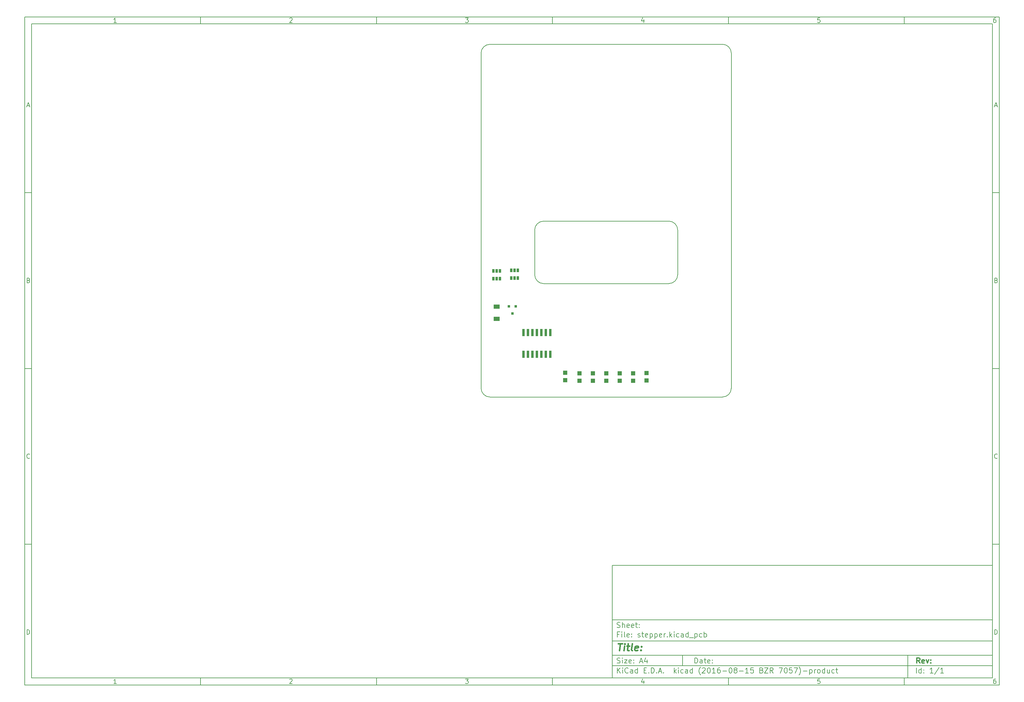
<source format=gbr>
G04 #@! TF.FileFunction,Paste,Top*
%FSLAX46Y46*%
G04 Gerber Fmt 4.6, Leading zero omitted, Abs format (unit mm)*
G04 Created by KiCad (PCBNEW (2016-08-15 BZR 7057)-product) date Tue Nov  8 12:42:18 2016*
%MOMM*%
%LPD*%
G01*
G04 APERTURE LIST*
%ADD10C,0.100000*%
%ADD11C,0.150000*%
%ADD12C,0.300000*%
%ADD13C,0.400000*%
%ADD14R,0.800100X0.800100*%
%ADD15R,0.650000X1.060000*%
%ADD16R,0.660400X2.032000*%
%ADD17R,1.198880X1.198880*%
%ADD18R,1.699260X1.300480*%
G04 APERTURE END LIST*
D10*
D11*
X177002200Y-166007200D02*
X177002200Y-198007200D01*
X285002200Y-198007200D01*
X285002200Y-166007200D01*
X177002200Y-166007200D01*
D10*
D11*
X10000000Y-10000000D02*
X10000000Y-200007200D01*
X287002200Y-200007200D01*
X287002200Y-10000000D01*
X10000000Y-10000000D01*
D10*
D11*
X12000000Y-12000000D02*
X12000000Y-198007200D01*
X285002200Y-198007200D01*
X285002200Y-12000000D01*
X12000000Y-12000000D01*
D10*
D11*
X60000000Y-12000000D02*
X60000000Y-10000000D01*
D10*
D11*
X110000000Y-12000000D02*
X110000000Y-10000000D01*
D10*
D11*
X160000000Y-12000000D02*
X160000000Y-10000000D01*
D10*
D11*
X210000000Y-12000000D02*
X210000000Y-10000000D01*
D10*
D11*
X260000000Y-12000000D02*
X260000000Y-10000000D01*
D10*
D11*
X36065476Y-11588095D02*
X35322619Y-11588095D01*
X35694047Y-11588095D02*
X35694047Y-10288095D01*
X35570238Y-10473809D01*
X35446428Y-10597619D01*
X35322619Y-10659523D01*
D10*
D11*
X85322619Y-10411904D02*
X85384523Y-10350000D01*
X85508333Y-10288095D01*
X85817857Y-10288095D01*
X85941666Y-10350000D01*
X86003571Y-10411904D01*
X86065476Y-10535714D01*
X86065476Y-10659523D01*
X86003571Y-10845238D01*
X85260714Y-11588095D01*
X86065476Y-11588095D01*
D10*
D11*
X135260714Y-10288095D02*
X136065476Y-10288095D01*
X135632142Y-10783333D01*
X135817857Y-10783333D01*
X135941666Y-10845238D01*
X136003571Y-10907142D01*
X136065476Y-11030952D01*
X136065476Y-11340476D01*
X136003571Y-11464285D01*
X135941666Y-11526190D01*
X135817857Y-11588095D01*
X135446428Y-11588095D01*
X135322619Y-11526190D01*
X135260714Y-11464285D01*
D10*
D11*
X185941666Y-10721428D02*
X185941666Y-11588095D01*
X185632142Y-10226190D02*
X185322619Y-11154761D01*
X186127380Y-11154761D01*
D10*
D11*
X236003571Y-10288095D02*
X235384523Y-10288095D01*
X235322619Y-10907142D01*
X235384523Y-10845238D01*
X235508333Y-10783333D01*
X235817857Y-10783333D01*
X235941666Y-10845238D01*
X236003571Y-10907142D01*
X236065476Y-11030952D01*
X236065476Y-11340476D01*
X236003571Y-11464285D01*
X235941666Y-11526190D01*
X235817857Y-11588095D01*
X235508333Y-11588095D01*
X235384523Y-11526190D01*
X235322619Y-11464285D01*
D10*
D11*
X285941666Y-10288095D02*
X285694047Y-10288095D01*
X285570238Y-10350000D01*
X285508333Y-10411904D01*
X285384523Y-10597619D01*
X285322619Y-10845238D01*
X285322619Y-11340476D01*
X285384523Y-11464285D01*
X285446428Y-11526190D01*
X285570238Y-11588095D01*
X285817857Y-11588095D01*
X285941666Y-11526190D01*
X286003571Y-11464285D01*
X286065476Y-11340476D01*
X286065476Y-11030952D01*
X286003571Y-10907142D01*
X285941666Y-10845238D01*
X285817857Y-10783333D01*
X285570238Y-10783333D01*
X285446428Y-10845238D01*
X285384523Y-10907142D01*
X285322619Y-11030952D01*
D10*
D11*
X60000000Y-198007200D02*
X60000000Y-200007200D01*
D10*
D11*
X110000000Y-198007200D02*
X110000000Y-200007200D01*
D10*
D11*
X160000000Y-198007200D02*
X160000000Y-200007200D01*
D10*
D11*
X210000000Y-198007200D02*
X210000000Y-200007200D01*
D10*
D11*
X260000000Y-198007200D02*
X260000000Y-200007200D01*
D10*
D11*
X36065476Y-199595295D02*
X35322619Y-199595295D01*
X35694047Y-199595295D02*
X35694047Y-198295295D01*
X35570238Y-198481009D01*
X35446428Y-198604819D01*
X35322619Y-198666723D01*
D10*
D11*
X85322619Y-198419104D02*
X85384523Y-198357200D01*
X85508333Y-198295295D01*
X85817857Y-198295295D01*
X85941666Y-198357200D01*
X86003571Y-198419104D01*
X86065476Y-198542914D01*
X86065476Y-198666723D01*
X86003571Y-198852438D01*
X85260714Y-199595295D01*
X86065476Y-199595295D01*
D10*
D11*
X135260714Y-198295295D02*
X136065476Y-198295295D01*
X135632142Y-198790533D01*
X135817857Y-198790533D01*
X135941666Y-198852438D01*
X136003571Y-198914342D01*
X136065476Y-199038152D01*
X136065476Y-199347676D01*
X136003571Y-199471485D01*
X135941666Y-199533390D01*
X135817857Y-199595295D01*
X135446428Y-199595295D01*
X135322619Y-199533390D01*
X135260714Y-199471485D01*
D10*
D11*
X185941666Y-198728628D02*
X185941666Y-199595295D01*
X185632142Y-198233390D02*
X185322619Y-199161961D01*
X186127380Y-199161961D01*
D10*
D11*
X236003571Y-198295295D02*
X235384523Y-198295295D01*
X235322619Y-198914342D01*
X235384523Y-198852438D01*
X235508333Y-198790533D01*
X235817857Y-198790533D01*
X235941666Y-198852438D01*
X236003571Y-198914342D01*
X236065476Y-199038152D01*
X236065476Y-199347676D01*
X236003571Y-199471485D01*
X235941666Y-199533390D01*
X235817857Y-199595295D01*
X235508333Y-199595295D01*
X235384523Y-199533390D01*
X235322619Y-199471485D01*
D10*
D11*
X285941666Y-198295295D02*
X285694047Y-198295295D01*
X285570238Y-198357200D01*
X285508333Y-198419104D01*
X285384523Y-198604819D01*
X285322619Y-198852438D01*
X285322619Y-199347676D01*
X285384523Y-199471485D01*
X285446428Y-199533390D01*
X285570238Y-199595295D01*
X285817857Y-199595295D01*
X285941666Y-199533390D01*
X286003571Y-199471485D01*
X286065476Y-199347676D01*
X286065476Y-199038152D01*
X286003571Y-198914342D01*
X285941666Y-198852438D01*
X285817857Y-198790533D01*
X285570238Y-198790533D01*
X285446428Y-198852438D01*
X285384523Y-198914342D01*
X285322619Y-199038152D01*
D10*
D11*
X10000000Y-60000000D02*
X12000000Y-60000000D01*
D10*
D11*
X10000000Y-110000000D02*
X12000000Y-110000000D01*
D10*
D11*
X10000000Y-160000000D02*
X12000000Y-160000000D01*
D10*
D11*
X10690476Y-35216666D02*
X11309523Y-35216666D01*
X10566666Y-35588095D02*
X11000000Y-34288095D01*
X11433333Y-35588095D01*
D10*
D11*
X11092857Y-84907142D02*
X11278571Y-84969047D01*
X11340476Y-85030952D01*
X11402380Y-85154761D01*
X11402380Y-85340476D01*
X11340476Y-85464285D01*
X11278571Y-85526190D01*
X11154761Y-85588095D01*
X10659523Y-85588095D01*
X10659523Y-84288095D01*
X11092857Y-84288095D01*
X11216666Y-84350000D01*
X11278571Y-84411904D01*
X11340476Y-84535714D01*
X11340476Y-84659523D01*
X11278571Y-84783333D01*
X11216666Y-84845238D01*
X11092857Y-84907142D01*
X10659523Y-84907142D01*
D10*
D11*
X11402380Y-135464285D02*
X11340476Y-135526190D01*
X11154761Y-135588095D01*
X11030952Y-135588095D01*
X10845238Y-135526190D01*
X10721428Y-135402380D01*
X10659523Y-135278571D01*
X10597619Y-135030952D01*
X10597619Y-134845238D01*
X10659523Y-134597619D01*
X10721428Y-134473809D01*
X10845238Y-134350000D01*
X11030952Y-134288095D01*
X11154761Y-134288095D01*
X11340476Y-134350000D01*
X11402380Y-134411904D01*
D10*
D11*
X10659523Y-185588095D02*
X10659523Y-184288095D01*
X10969047Y-184288095D01*
X11154761Y-184350000D01*
X11278571Y-184473809D01*
X11340476Y-184597619D01*
X11402380Y-184845238D01*
X11402380Y-185030952D01*
X11340476Y-185278571D01*
X11278571Y-185402380D01*
X11154761Y-185526190D01*
X10969047Y-185588095D01*
X10659523Y-185588095D01*
D10*
D11*
X287002200Y-60000000D02*
X285002200Y-60000000D01*
D10*
D11*
X287002200Y-110000000D02*
X285002200Y-110000000D01*
D10*
D11*
X287002200Y-160000000D02*
X285002200Y-160000000D01*
D10*
D11*
X285692676Y-35216666D02*
X286311723Y-35216666D01*
X285568866Y-35588095D02*
X286002200Y-34288095D01*
X286435533Y-35588095D01*
D10*
D11*
X286095057Y-84907142D02*
X286280771Y-84969047D01*
X286342676Y-85030952D01*
X286404580Y-85154761D01*
X286404580Y-85340476D01*
X286342676Y-85464285D01*
X286280771Y-85526190D01*
X286156961Y-85588095D01*
X285661723Y-85588095D01*
X285661723Y-84288095D01*
X286095057Y-84288095D01*
X286218866Y-84350000D01*
X286280771Y-84411904D01*
X286342676Y-84535714D01*
X286342676Y-84659523D01*
X286280771Y-84783333D01*
X286218866Y-84845238D01*
X286095057Y-84907142D01*
X285661723Y-84907142D01*
D10*
D11*
X286404580Y-135464285D02*
X286342676Y-135526190D01*
X286156961Y-135588095D01*
X286033152Y-135588095D01*
X285847438Y-135526190D01*
X285723628Y-135402380D01*
X285661723Y-135278571D01*
X285599819Y-135030952D01*
X285599819Y-134845238D01*
X285661723Y-134597619D01*
X285723628Y-134473809D01*
X285847438Y-134350000D01*
X286033152Y-134288095D01*
X286156961Y-134288095D01*
X286342676Y-134350000D01*
X286404580Y-134411904D01*
D10*
D11*
X285661723Y-185588095D02*
X285661723Y-184288095D01*
X285971247Y-184288095D01*
X286156961Y-184350000D01*
X286280771Y-184473809D01*
X286342676Y-184597619D01*
X286404580Y-184845238D01*
X286404580Y-185030952D01*
X286342676Y-185278571D01*
X286280771Y-185402380D01*
X286156961Y-185526190D01*
X285971247Y-185588095D01*
X285661723Y-185588095D01*
D10*
D11*
X200434342Y-193785771D02*
X200434342Y-192285771D01*
X200791485Y-192285771D01*
X201005771Y-192357200D01*
X201148628Y-192500057D01*
X201220057Y-192642914D01*
X201291485Y-192928628D01*
X201291485Y-193142914D01*
X201220057Y-193428628D01*
X201148628Y-193571485D01*
X201005771Y-193714342D01*
X200791485Y-193785771D01*
X200434342Y-193785771D01*
X202577200Y-193785771D02*
X202577200Y-193000057D01*
X202505771Y-192857200D01*
X202362914Y-192785771D01*
X202077200Y-192785771D01*
X201934342Y-192857200D01*
X202577200Y-193714342D02*
X202434342Y-193785771D01*
X202077200Y-193785771D01*
X201934342Y-193714342D01*
X201862914Y-193571485D01*
X201862914Y-193428628D01*
X201934342Y-193285771D01*
X202077200Y-193214342D01*
X202434342Y-193214342D01*
X202577200Y-193142914D01*
X203077200Y-192785771D02*
X203648628Y-192785771D01*
X203291485Y-192285771D02*
X203291485Y-193571485D01*
X203362914Y-193714342D01*
X203505771Y-193785771D01*
X203648628Y-193785771D01*
X204720057Y-193714342D02*
X204577200Y-193785771D01*
X204291485Y-193785771D01*
X204148628Y-193714342D01*
X204077200Y-193571485D01*
X204077200Y-193000057D01*
X204148628Y-192857200D01*
X204291485Y-192785771D01*
X204577200Y-192785771D01*
X204720057Y-192857200D01*
X204791485Y-193000057D01*
X204791485Y-193142914D01*
X204077200Y-193285771D01*
X205434342Y-193642914D02*
X205505771Y-193714342D01*
X205434342Y-193785771D01*
X205362914Y-193714342D01*
X205434342Y-193642914D01*
X205434342Y-193785771D01*
X205434342Y-192857200D02*
X205505771Y-192928628D01*
X205434342Y-193000057D01*
X205362914Y-192928628D01*
X205434342Y-192857200D01*
X205434342Y-193000057D01*
D10*
D11*
X177002200Y-194507200D02*
X285002200Y-194507200D01*
D10*
D11*
X178434342Y-196585771D02*
X178434342Y-195085771D01*
X179291485Y-196585771D02*
X178648628Y-195728628D01*
X179291485Y-195085771D02*
X178434342Y-195942914D01*
X179934342Y-196585771D02*
X179934342Y-195585771D01*
X179934342Y-195085771D02*
X179862914Y-195157200D01*
X179934342Y-195228628D01*
X180005771Y-195157200D01*
X179934342Y-195085771D01*
X179934342Y-195228628D01*
X181505771Y-196442914D02*
X181434342Y-196514342D01*
X181220057Y-196585771D01*
X181077200Y-196585771D01*
X180862914Y-196514342D01*
X180720057Y-196371485D01*
X180648628Y-196228628D01*
X180577200Y-195942914D01*
X180577200Y-195728628D01*
X180648628Y-195442914D01*
X180720057Y-195300057D01*
X180862914Y-195157200D01*
X181077200Y-195085771D01*
X181220057Y-195085771D01*
X181434342Y-195157200D01*
X181505771Y-195228628D01*
X182791485Y-196585771D02*
X182791485Y-195800057D01*
X182720057Y-195657200D01*
X182577200Y-195585771D01*
X182291485Y-195585771D01*
X182148628Y-195657200D01*
X182791485Y-196514342D02*
X182648628Y-196585771D01*
X182291485Y-196585771D01*
X182148628Y-196514342D01*
X182077200Y-196371485D01*
X182077200Y-196228628D01*
X182148628Y-196085771D01*
X182291485Y-196014342D01*
X182648628Y-196014342D01*
X182791485Y-195942914D01*
X184148628Y-196585771D02*
X184148628Y-195085771D01*
X184148628Y-196514342D02*
X184005771Y-196585771D01*
X183720057Y-196585771D01*
X183577200Y-196514342D01*
X183505771Y-196442914D01*
X183434342Y-196300057D01*
X183434342Y-195871485D01*
X183505771Y-195728628D01*
X183577200Y-195657200D01*
X183720057Y-195585771D01*
X184005771Y-195585771D01*
X184148628Y-195657200D01*
X186005771Y-195800057D02*
X186505771Y-195800057D01*
X186720057Y-196585771D02*
X186005771Y-196585771D01*
X186005771Y-195085771D01*
X186720057Y-195085771D01*
X187362914Y-196442914D02*
X187434342Y-196514342D01*
X187362914Y-196585771D01*
X187291485Y-196514342D01*
X187362914Y-196442914D01*
X187362914Y-196585771D01*
X188077200Y-196585771D02*
X188077200Y-195085771D01*
X188434342Y-195085771D01*
X188648628Y-195157200D01*
X188791485Y-195300057D01*
X188862914Y-195442914D01*
X188934342Y-195728628D01*
X188934342Y-195942914D01*
X188862914Y-196228628D01*
X188791485Y-196371485D01*
X188648628Y-196514342D01*
X188434342Y-196585771D01*
X188077200Y-196585771D01*
X189577200Y-196442914D02*
X189648628Y-196514342D01*
X189577200Y-196585771D01*
X189505771Y-196514342D01*
X189577200Y-196442914D01*
X189577200Y-196585771D01*
X190220057Y-196157200D02*
X190934342Y-196157200D01*
X190077200Y-196585771D02*
X190577200Y-195085771D01*
X191077200Y-196585771D01*
X191577200Y-196442914D02*
X191648628Y-196514342D01*
X191577200Y-196585771D01*
X191505771Y-196514342D01*
X191577200Y-196442914D01*
X191577200Y-196585771D01*
X194577200Y-196585771D02*
X194577200Y-195085771D01*
X194720057Y-196014342D02*
X195148628Y-196585771D01*
X195148628Y-195585771D02*
X194577200Y-196157200D01*
X195791485Y-196585771D02*
X195791485Y-195585771D01*
X195791485Y-195085771D02*
X195720057Y-195157200D01*
X195791485Y-195228628D01*
X195862914Y-195157200D01*
X195791485Y-195085771D01*
X195791485Y-195228628D01*
X197148628Y-196514342D02*
X197005771Y-196585771D01*
X196720057Y-196585771D01*
X196577200Y-196514342D01*
X196505771Y-196442914D01*
X196434342Y-196300057D01*
X196434342Y-195871485D01*
X196505771Y-195728628D01*
X196577200Y-195657200D01*
X196720057Y-195585771D01*
X197005771Y-195585771D01*
X197148628Y-195657200D01*
X198434342Y-196585771D02*
X198434342Y-195800057D01*
X198362914Y-195657200D01*
X198220057Y-195585771D01*
X197934342Y-195585771D01*
X197791485Y-195657200D01*
X198434342Y-196514342D02*
X198291485Y-196585771D01*
X197934342Y-196585771D01*
X197791485Y-196514342D01*
X197720057Y-196371485D01*
X197720057Y-196228628D01*
X197791485Y-196085771D01*
X197934342Y-196014342D01*
X198291485Y-196014342D01*
X198434342Y-195942914D01*
X199791485Y-196585771D02*
X199791485Y-195085771D01*
X199791485Y-196514342D02*
X199648628Y-196585771D01*
X199362914Y-196585771D01*
X199220057Y-196514342D01*
X199148628Y-196442914D01*
X199077200Y-196300057D01*
X199077200Y-195871485D01*
X199148628Y-195728628D01*
X199220057Y-195657200D01*
X199362914Y-195585771D01*
X199648628Y-195585771D01*
X199791485Y-195657200D01*
X202077200Y-197157200D02*
X202005771Y-197085771D01*
X201862914Y-196871485D01*
X201791485Y-196728628D01*
X201720057Y-196514342D01*
X201648628Y-196157200D01*
X201648628Y-195871485D01*
X201720057Y-195514342D01*
X201791485Y-195300057D01*
X201862914Y-195157200D01*
X202005771Y-194942914D01*
X202077200Y-194871485D01*
X202577200Y-195228628D02*
X202648628Y-195157200D01*
X202791485Y-195085771D01*
X203148628Y-195085771D01*
X203291485Y-195157200D01*
X203362914Y-195228628D01*
X203434342Y-195371485D01*
X203434342Y-195514342D01*
X203362914Y-195728628D01*
X202505771Y-196585771D01*
X203434342Y-196585771D01*
X204362914Y-195085771D02*
X204505771Y-195085771D01*
X204648628Y-195157200D01*
X204720057Y-195228628D01*
X204791485Y-195371485D01*
X204862914Y-195657200D01*
X204862914Y-196014342D01*
X204791485Y-196300057D01*
X204720057Y-196442914D01*
X204648628Y-196514342D01*
X204505771Y-196585771D01*
X204362914Y-196585771D01*
X204220057Y-196514342D01*
X204148628Y-196442914D01*
X204077200Y-196300057D01*
X204005771Y-196014342D01*
X204005771Y-195657200D01*
X204077200Y-195371485D01*
X204148628Y-195228628D01*
X204220057Y-195157200D01*
X204362914Y-195085771D01*
X206291485Y-196585771D02*
X205434342Y-196585771D01*
X205862914Y-196585771D02*
X205862914Y-195085771D01*
X205720057Y-195300057D01*
X205577200Y-195442914D01*
X205434342Y-195514342D01*
X207577200Y-195085771D02*
X207291485Y-195085771D01*
X207148628Y-195157200D01*
X207077200Y-195228628D01*
X206934342Y-195442914D01*
X206862914Y-195728628D01*
X206862914Y-196300057D01*
X206934342Y-196442914D01*
X207005771Y-196514342D01*
X207148628Y-196585771D01*
X207434342Y-196585771D01*
X207577200Y-196514342D01*
X207648628Y-196442914D01*
X207720057Y-196300057D01*
X207720057Y-195942914D01*
X207648628Y-195800057D01*
X207577200Y-195728628D01*
X207434342Y-195657200D01*
X207148628Y-195657200D01*
X207005771Y-195728628D01*
X206934342Y-195800057D01*
X206862914Y-195942914D01*
X208362914Y-196014342D02*
X209505771Y-196014342D01*
X210505771Y-195085771D02*
X210648628Y-195085771D01*
X210791485Y-195157200D01*
X210862914Y-195228628D01*
X210934342Y-195371485D01*
X211005771Y-195657200D01*
X211005771Y-196014342D01*
X210934342Y-196300057D01*
X210862914Y-196442914D01*
X210791485Y-196514342D01*
X210648628Y-196585771D01*
X210505771Y-196585771D01*
X210362914Y-196514342D01*
X210291485Y-196442914D01*
X210220057Y-196300057D01*
X210148628Y-196014342D01*
X210148628Y-195657200D01*
X210220057Y-195371485D01*
X210291485Y-195228628D01*
X210362914Y-195157200D01*
X210505771Y-195085771D01*
X211862914Y-195728628D02*
X211720057Y-195657200D01*
X211648628Y-195585771D01*
X211577200Y-195442914D01*
X211577200Y-195371485D01*
X211648628Y-195228628D01*
X211720057Y-195157200D01*
X211862914Y-195085771D01*
X212148628Y-195085771D01*
X212291485Y-195157200D01*
X212362914Y-195228628D01*
X212434342Y-195371485D01*
X212434342Y-195442914D01*
X212362914Y-195585771D01*
X212291485Y-195657200D01*
X212148628Y-195728628D01*
X211862914Y-195728628D01*
X211720057Y-195800057D01*
X211648628Y-195871485D01*
X211577200Y-196014342D01*
X211577200Y-196300057D01*
X211648628Y-196442914D01*
X211720057Y-196514342D01*
X211862914Y-196585771D01*
X212148628Y-196585771D01*
X212291485Y-196514342D01*
X212362914Y-196442914D01*
X212434342Y-196300057D01*
X212434342Y-196014342D01*
X212362914Y-195871485D01*
X212291485Y-195800057D01*
X212148628Y-195728628D01*
X213077200Y-196014342D02*
X214220057Y-196014342D01*
X215720057Y-196585771D02*
X214862914Y-196585771D01*
X215291485Y-196585771D02*
X215291485Y-195085771D01*
X215148628Y-195300057D01*
X215005771Y-195442914D01*
X214862914Y-195514342D01*
X217077200Y-195085771D02*
X216362914Y-195085771D01*
X216291485Y-195800057D01*
X216362914Y-195728628D01*
X216505771Y-195657200D01*
X216862914Y-195657200D01*
X217005771Y-195728628D01*
X217077200Y-195800057D01*
X217148628Y-195942914D01*
X217148628Y-196300057D01*
X217077200Y-196442914D01*
X217005771Y-196514342D01*
X216862914Y-196585771D01*
X216505771Y-196585771D01*
X216362914Y-196514342D01*
X216291485Y-196442914D01*
X219434342Y-195800057D02*
X219648628Y-195871485D01*
X219720057Y-195942914D01*
X219791485Y-196085771D01*
X219791485Y-196300057D01*
X219720057Y-196442914D01*
X219648628Y-196514342D01*
X219505771Y-196585771D01*
X218934342Y-196585771D01*
X218934342Y-195085771D01*
X219434342Y-195085771D01*
X219577200Y-195157200D01*
X219648628Y-195228628D01*
X219720057Y-195371485D01*
X219720057Y-195514342D01*
X219648628Y-195657200D01*
X219577200Y-195728628D01*
X219434342Y-195800057D01*
X218934342Y-195800057D01*
X220291485Y-195085771D02*
X221291485Y-195085771D01*
X220291485Y-196585771D01*
X221291485Y-196585771D01*
X222720057Y-196585771D02*
X222220057Y-195871485D01*
X221862914Y-196585771D02*
X221862914Y-195085771D01*
X222434342Y-195085771D01*
X222577200Y-195157200D01*
X222648628Y-195228628D01*
X222720057Y-195371485D01*
X222720057Y-195585771D01*
X222648628Y-195728628D01*
X222577200Y-195800057D01*
X222434342Y-195871485D01*
X221862914Y-195871485D01*
X224362914Y-195085771D02*
X225362914Y-195085771D01*
X224720057Y-196585771D01*
X226220057Y-195085771D02*
X226362914Y-195085771D01*
X226505771Y-195157200D01*
X226577200Y-195228628D01*
X226648628Y-195371485D01*
X226720057Y-195657200D01*
X226720057Y-196014342D01*
X226648628Y-196300057D01*
X226577200Y-196442914D01*
X226505771Y-196514342D01*
X226362914Y-196585771D01*
X226220057Y-196585771D01*
X226077200Y-196514342D01*
X226005771Y-196442914D01*
X225934342Y-196300057D01*
X225862914Y-196014342D01*
X225862914Y-195657200D01*
X225934342Y-195371485D01*
X226005771Y-195228628D01*
X226077200Y-195157200D01*
X226220057Y-195085771D01*
X228077200Y-195085771D02*
X227362914Y-195085771D01*
X227291485Y-195800057D01*
X227362914Y-195728628D01*
X227505771Y-195657200D01*
X227862914Y-195657200D01*
X228005771Y-195728628D01*
X228077200Y-195800057D01*
X228148628Y-195942914D01*
X228148628Y-196300057D01*
X228077200Y-196442914D01*
X228005771Y-196514342D01*
X227862914Y-196585771D01*
X227505771Y-196585771D01*
X227362914Y-196514342D01*
X227291485Y-196442914D01*
X228648628Y-195085771D02*
X229648628Y-195085771D01*
X229005771Y-196585771D01*
X230077199Y-197157200D02*
X230148628Y-197085771D01*
X230291485Y-196871485D01*
X230362914Y-196728628D01*
X230434342Y-196514342D01*
X230505771Y-196157200D01*
X230505771Y-195871485D01*
X230434342Y-195514342D01*
X230362914Y-195300057D01*
X230291485Y-195157200D01*
X230148628Y-194942914D01*
X230077199Y-194871485D01*
X231220057Y-196014342D02*
X232362914Y-196014342D01*
X233077199Y-195585771D02*
X233077199Y-197085771D01*
X233077199Y-195657200D02*
X233220057Y-195585771D01*
X233505771Y-195585771D01*
X233648628Y-195657200D01*
X233720057Y-195728628D01*
X233791485Y-195871485D01*
X233791485Y-196300057D01*
X233720057Y-196442914D01*
X233648628Y-196514342D01*
X233505771Y-196585771D01*
X233220057Y-196585771D01*
X233077199Y-196514342D01*
X234434342Y-196585771D02*
X234434342Y-195585771D01*
X234434342Y-195871485D02*
X234505771Y-195728628D01*
X234577199Y-195657200D01*
X234720057Y-195585771D01*
X234862914Y-195585771D01*
X235577199Y-196585771D02*
X235434342Y-196514342D01*
X235362914Y-196442914D01*
X235291485Y-196300057D01*
X235291485Y-195871485D01*
X235362914Y-195728628D01*
X235434342Y-195657200D01*
X235577199Y-195585771D01*
X235791485Y-195585771D01*
X235934342Y-195657200D01*
X236005771Y-195728628D01*
X236077199Y-195871485D01*
X236077199Y-196300057D01*
X236005771Y-196442914D01*
X235934342Y-196514342D01*
X235791485Y-196585771D01*
X235577199Y-196585771D01*
X237362914Y-196585771D02*
X237362914Y-195085771D01*
X237362914Y-196514342D02*
X237220057Y-196585771D01*
X236934342Y-196585771D01*
X236791485Y-196514342D01*
X236720057Y-196442914D01*
X236648628Y-196300057D01*
X236648628Y-195871485D01*
X236720057Y-195728628D01*
X236791485Y-195657200D01*
X236934342Y-195585771D01*
X237220057Y-195585771D01*
X237362914Y-195657200D01*
X238720057Y-195585771D02*
X238720057Y-196585771D01*
X238077199Y-195585771D02*
X238077199Y-196371485D01*
X238148628Y-196514342D01*
X238291485Y-196585771D01*
X238505771Y-196585771D01*
X238648628Y-196514342D01*
X238720057Y-196442914D01*
X240077199Y-196514342D02*
X239934342Y-196585771D01*
X239648628Y-196585771D01*
X239505771Y-196514342D01*
X239434342Y-196442914D01*
X239362914Y-196300057D01*
X239362914Y-195871485D01*
X239434342Y-195728628D01*
X239505771Y-195657200D01*
X239648628Y-195585771D01*
X239934342Y-195585771D01*
X240077199Y-195657200D01*
X240505771Y-195585771D02*
X241077199Y-195585771D01*
X240720057Y-195085771D02*
X240720057Y-196371485D01*
X240791485Y-196514342D01*
X240934342Y-196585771D01*
X241077199Y-196585771D01*
D10*
D11*
X177002200Y-191507200D02*
X285002200Y-191507200D01*
D10*
D12*
X264411485Y-193785771D02*
X263911485Y-193071485D01*
X263554342Y-193785771D02*
X263554342Y-192285771D01*
X264125771Y-192285771D01*
X264268628Y-192357200D01*
X264340057Y-192428628D01*
X264411485Y-192571485D01*
X264411485Y-192785771D01*
X264340057Y-192928628D01*
X264268628Y-193000057D01*
X264125771Y-193071485D01*
X263554342Y-193071485D01*
X265625771Y-193714342D02*
X265482914Y-193785771D01*
X265197200Y-193785771D01*
X265054342Y-193714342D01*
X264982914Y-193571485D01*
X264982914Y-193000057D01*
X265054342Y-192857200D01*
X265197200Y-192785771D01*
X265482914Y-192785771D01*
X265625771Y-192857200D01*
X265697200Y-193000057D01*
X265697200Y-193142914D01*
X264982914Y-193285771D01*
X266197200Y-192785771D02*
X266554342Y-193785771D01*
X266911485Y-192785771D01*
X267482914Y-193642914D02*
X267554342Y-193714342D01*
X267482914Y-193785771D01*
X267411485Y-193714342D01*
X267482914Y-193642914D01*
X267482914Y-193785771D01*
X267482914Y-192857200D02*
X267554342Y-192928628D01*
X267482914Y-193000057D01*
X267411485Y-192928628D01*
X267482914Y-192857200D01*
X267482914Y-193000057D01*
D10*
D11*
X178362914Y-193714342D02*
X178577200Y-193785771D01*
X178934342Y-193785771D01*
X179077200Y-193714342D01*
X179148628Y-193642914D01*
X179220057Y-193500057D01*
X179220057Y-193357200D01*
X179148628Y-193214342D01*
X179077200Y-193142914D01*
X178934342Y-193071485D01*
X178648628Y-193000057D01*
X178505771Y-192928628D01*
X178434342Y-192857200D01*
X178362914Y-192714342D01*
X178362914Y-192571485D01*
X178434342Y-192428628D01*
X178505771Y-192357200D01*
X178648628Y-192285771D01*
X179005771Y-192285771D01*
X179220057Y-192357200D01*
X179862914Y-193785771D02*
X179862914Y-192785771D01*
X179862914Y-192285771D02*
X179791485Y-192357200D01*
X179862914Y-192428628D01*
X179934342Y-192357200D01*
X179862914Y-192285771D01*
X179862914Y-192428628D01*
X180434342Y-192785771D02*
X181220057Y-192785771D01*
X180434342Y-193785771D01*
X181220057Y-193785771D01*
X182362914Y-193714342D02*
X182220057Y-193785771D01*
X181934342Y-193785771D01*
X181791485Y-193714342D01*
X181720057Y-193571485D01*
X181720057Y-193000057D01*
X181791485Y-192857200D01*
X181934342Y-192785771D01*
X182220057Y-192785771D01*
X182362914Y-192857200D01*
X182434342Y-193000057D01*
X182434342Y-193142914D01*
X181720057Y-193285771D01*
X183077200Y-193642914D02*
X183148628Y-193714342D01*
X183077200Y-193785771D01*
X183005771Y-193714342D01*
X183077200Y-193642914D01*
X183077200Y-193785771D01*
X183077200Y-192857200D02*
X183148628Y-192928628D01*
X183077200Y-193000057D01*
X183005771Y-192928628D01*
X183077200Y-192857200D01*
X183077200Y-193000057D01*
X184862914Y-193357200D02*
X185577200Y-193357200D01*
X184720057Y-193785771D02*
X185220057Y-192285771D01*
X185720057Y-193785771D01*
X186862914Y-192785771D02*
X186862914Y-193785771D01*
X186505771Y-192214342D02*
X186148628Y-193285771D01*
X187077200Y-193285771D01*
D10*
D11*
X263434342Y-196585771D02*
X263434342Y-195085771D01*
X264791485Y-196585771D02*
X264791485Y-195085771D01*
X264791485Y-196514342D02*
X264648628Y-196585771D01*
X264362914Y-196585771D01*
X264220057Y-196514342D01*
X264148628Y-196442914D01*
X264077200Y-196300057D01*
X264077200Y-195871485D01*
X264148628Y-195728628D01*
X264220057Y-195657200D01*
X264362914Y-195585771D01*
X264648628Y-195585771D01*
X264791485Y-195657200D01*
X265505771Y-196442914D02*
X265577200Y-196514342D01*
X265505771Y-196585771D01*
X265434342Y-196514342D01*
X265505771Y-196442914D01*
X265505771Y-196585771D01*
X265505771Y-195657200D02*
X265577200Y-195728628D01*
X265505771Y-195800057D01*
X265434342Y-195728628D01*
X265505771Y-195657200D01*
X265505771Y-195800057D01*
X268148628Y-196585771D02*
X267291485Y-196585771D01*
X267720057Y-196585771D02*
X267720057Y-195085771D01*
X267577200Y-195300057D01*
X267434342Y-195442914D01*
X267291485Y-195514342D01*
X269862914Y-195014342D02*
X268577200Y-196942914D01*
X271148628Y-196585771D02*
X270291485Y-196585771D01*
X270720057Y-196585771D02*
X270720057Y-195085771D01*
X270577200Y-195300057D01*
X270434342Y-195442914D01*
X270291485Y-195514342D01*
D10*
D11*
X177002200Y-187507200D02*
X285002200Y-187507200D01*
D10*
D13*
X178714580Y-188211961D02*
X179857438Y-188211961D01*
X179036009Y-190211961D02*
X179286009Y-188211961D01*
X180274104Y-190211961D02*
X180440771Y-188878628D01*
X180524104Y-188211961D02*
X180416961Y-188307200D01*
X180500295Y-188402438D01*
X180607438Y-188307200D01*
X180524104Y-188211961D01*
X180500295Y-188402438D01*
X181107438Y-188878628D02*
X181869342Y-188878628D01*
X181476485Y-188211961D02*
X181262200Y-189926247D01*
X181333628Y-190116723D01*
X181512200Y-190211961D01*
X181702676Y-190211961D01*
X182655057Y-190211961D02*
X182476485Y-190116723D01*
X182405057Y-189926247D01*
X182619342Y-188211961D01*
X184190771Y-190116723D02*
X183988390Y-190211961D01*
X183607438Y-190211961D01*
X183428866Y-190116723D01*
X183357438Y-189926247D01*
X183452676Y-189164342D01*
X183571723Y-188973866D01*
X183774104Y-188878628D01*
X184155057Y-188878628D01*
X184333628Y-188973866D01*
X184405057Y-189164342D01*
X184381247Y-189354819D01*
X183405057Y-189545295D01*
X185155057Y-190021485D02*
X185238390Y-190116723D01*
X185131247Y-190211961D01*
X185047914Y-190116723D01*
X185155057Y-190021485D01*
X185131247Y-190211961D01*
X185286009Y-188973866D02*
X185369342Y-189069104D01*
X185262200Y-189164342D01*
X185178866Y-189069104D01*
X185286009Y-188973866D01*
X185262200Y-189164342D01*
D10*
D11*
X178934342Y-185600057D02*
X178434342Y-185600057D01*
X178434342Y-186385771D02*
X178434342Y-184885771D01*
X179148628Y-184885771D01*
X179720057Y-186385771D02*
X179720057Y-185385771D01*
X179720057Y-184885771D02*
X179648628Y-184957200D01*
X179720057Y-185028628D01*
X179791485Y-184957200D01*
X179720057Y-184885771D01*
X179720057Y-185028628D01*
X180648628Y-186385771D02*
X180505771Y-186314342D01*
X180434342Y-186171485D01*
X180434342Y-184885771D01*
X181791485Y-186314342D02*
X181648628Y-186385771D01*
X181362914Y-186385771D01*
X181220057Y-186314342D01*
X181148628Y-186171485D01*
X181148628Y-185600057D01*
X181220057Y-185457200D01*
X181362914Y-185385771D01*
X181648628Y-185385771D01*
X181791485Y-185457200D01*
X181862914Y-185600057D01*
X181862914Y-185742914D01*
X181148628Y-185885771D01*
X182505771Y-186242914D02*
X182577200Y-186314342D01*
X182505771Y-186385771D01*
X182434342Y-186314342D01*
X182505771Y-186242914D01*
X182505771Y-186385771D01*
X182505771Y-185457200D02*
X182577200Y-185528628D01*
X182505771Y-185600057D01*
X182434342Y-185528628D01*
X182505771Y-185457200D01*
X182505771Y-185600057D01*
X184291485Y-186314342D02*
X184434342Y-186385771D01*
X184720057Y-186385771D01*
X184862914Y-186314342D01*
X184934342Y-186171485D01*
X184934342Y-186100057D01*
X184862914Y-185957200D01*
X184720057Y-185885771D01*
X184505771Y-185885771D01*
X184362914Y-185814342D01*
X184291485Y-185671485D01*
X184291485Y-185600057D01*
X184362914Y-185457200D01*
X184505771Y-185385771D01*
X184720057Y-185385771D01*
X184862914Y-185457200D01*
X185362914Y-185385771D02*
X185934342Y-185385771D01*
X185577200Y-184885771D02*
X185577200Y-186171485D01*
X185648628Y-186314342D01*
X185791485Y-186385771D01*
X185934342Y-186385771D01*
X187005771Y-186314342D02*
X186862914Y-186385771D01*
X186577200Y-186385771D01*
X186434342Y-186314342D01*
X186362914Y-186171485D01*
X186362914Y-185600057D01*
X186434342Y-185457200D01*
X186577200Y-185385771D01*
X186862914Y-185385771D01*
X187005771Y-185457200D01*
X187077200Y-185600057D01*
X187077200Y-185742914D01*
X186362914Y-185885771D01*
X187720057Y-185385771D02*
X187720057Y-186885771D01*
X187720057Y-185457200D02*
X187862914Y-185385771D01*
X188148628Y-185385771D01*
X188291485Y-185457200D01*
X188362914Y-185528628D01*
X188434342Y-185671485D01*
X188434342Y-186100057D01*
X188362914Y-186242914D01*
X188291485Y-186314342D01*
X188148628Y-186385771D01*
X187862914Y-186385771D01*
X187720057Y-186314342D01*
X189077200Y-185385771D02*
X189077200Y-186885771D01*
X189077200Y-185457200D02*
X189220057Y-185385771D01*
X189505771Y-185385771D01*
X189648628Y-185457200D01*
X189720057Y-185528628D01*
X189791485Y-185671485D01*
X189791485Y-186100057D01*
X189720057Y-186242914D01*
X189648628Y-186314342D01*
X189505771Y-186385771D01*
X189220057Y-186385771D01*
X189077200Y-186314342D01*
X191005771Y-186314342D02*
X190862914Y-186385771D01*
X190577200Y-186385771D01*
X190434342Y-186314342D01*
X190362914Y-186171485D01*
X190362914Y-185600057D01*
X190434342Y-185457200D01*
X190577200Y-185385771D01*
X190862914Y-185385771D01*
X191005771Y-185457200D01*
X191077200Y-185600057D01*
X191077200Y-185742914D01*
X190362914Y-185885771D01*
X191720057Y-186385771D02*
X191720057Y-185385771D01*
X191720057Y-185671485D02*
X191791485Y-185528628D01*
X191862914Y-185457200D01*
X192005771Y-185385771D01*
X192148628Y-185385771D01*
X192648628Y-186242914D02*
X192720057Y-186314342D01*
X192648628Y-186385771D01*
X192577200Y-186314342D01*
X192648628Y-186242914D01*
X192648628Y-186385771D01*
X193362914Y-186385771D02*
X193362914Y-184885771D01*
X193505771Y-185814342D02*
X193934342Y-186385771D01*
X193934342Y-185385771D02*
X193362914Y-185957200D01*
X194577200Y-186385771D02*
X194577200Y-185385771D01*
X194577200Y-184885771D02*
X194505771Y-184957200D01*
X194577200Y-185028628D01*
X194648628Y-184957200D01*
X194577200Y-184885771D01*
X194577200Y-185028628D01*
X195934342Y-186314342D02*
X195791485Y-186385771D01*
X195505771Y-186385771D01*
X195362914Y-186314342D01*
X195291485Y-186242914D01*
X195220057Y-186100057D01*
X195220057Y-185671485D01*
X195291485Y-185528628D01*
X195362914Y-185457200D01*
X195505771Y-185385771D01*
X195791485Y-185385771D01*
X195934342Y-185457200D01*
X197220057Y-186385771D02*
X197220057Y-185600057D01*
X197148628Y-185457200D01*
X197005771Y-185385771D01*
X196720057Y-185385771D01*
X196577200Y-185457200D01*
X197220057Y-186314342D02*
X197077200Y-186385771D01*
X196720057Y-186385771D01*
X196577200Y-186314342D01*
X196505771Y-186171485D01*
X196505771Y-186028628D01*
X196577200Y-185885771D01*
X196720057Y-185814342D01*
X197077200Y-185814342D01*
X197220057Y-185742914D01*
X198577200Y-186385771D02*
X198577200Y-184885771D01*
X198577200Y-186314342D02*
X198434342Y-186385771D01*
X198148628Y-186385771D01*
X198005771Y-186314342D01*
X197934342Y-186242914D01*
X197862914Y-186100057D01*
X197862914Y-185671485D01*
X197934342Y-185528628D01*
X198005771Y-185457200D01*
X198148628Y-185385771D01*
X198434342Y-185385771D01*
X198577200Y-185457200D01*
X198934342Y-186528628D02*
X200077200Y-186528628D01*
X200434342Y-185385771D02*
X200434342Y-186885771D01*
X200434342Y-185457200D02*
X200577200Y-185385771D01*
X200862914Y-185385771D01*
X201005771Y-185457200D01*
X201077200Y-185528628D01*
X201148628Y-185671485D01*
X201148628Y-186100057D01*
X201077200Y-186242914D01*
X201005771Y-186314342D01*
X200862914Y-186385771D01*
X200577200Y-186385771D01*
X200434342Y-186314342D01*
X202434342Y-186314342D02*
X202291485Y-186385771D01*
X202005771Y-186385771D01*
X201862914Y-186314342D01*
X201791485Y-186242914D01*
X201720057Y-186100057D01*
X201720057Y-185671485D01*
X201791485Y-185528628D01*
X201862914Y-185457200D01*
X202005771Y-185385771D01*
X202291485Y-185385771D01*
X202434342Y-185457200D01*
X203077200Y-186385771D02*
X203077200Y-184885771D01*
X203077200Y-185457200D02*
X203220057Y-185385771D01*
X203505771Y-185385771D01*
X203648628Y-185457200D01*
X203720057Y-185528628D01*
X203791485Y-185671485D01*
X203791485Y-186100057D01*
X203720057Y-186242914D01*
X203648628Y-186314342D01*
X203505771Y-186385771D01*
X203220057Y-186385771D01*
X203077200Y-186314342D01*
D10*
D11*
X177002200Y-181507200D02*
X285002200Y-181507200D01*
D10*
D11*
X178362914Y-183614342D02*
X178577200Y-183685771D01*
X178934342Y-183685771D01*
X179077200Y-183614342D01*
X179148628Y-183542914D01*
X179220057Y-183400057D01*
X179220057Y-183257200D01*
X179148628Y-183114342D01*
X179077200Y-183042914D01*
X178934342Y-182971485D01*
X178648628Y-182900057D01*
X178505771Y-182828628D01*
X178434342Y-182757200D01*
X178362914Y-182614342D01*
X178362914Y-182471485D01*
X178434342Y-182328628D01*
X178505771Y-182257200D01*
X178648628Y-182185771D01*
X179005771Y-182185771D01*
X179220057Y-182257200D01*
X179862914Y-183685771D02*
X179862914Y-182185771D01*
X180505771Y-183685771D02*
X180505771Y-182900057D01*
X180434342Y-182757200D01*
X180291485Y-182685771D01*
X180077200Y-182685771D01*
X179934342Y-182757200D01*
X179862914Y-182828628D01*
X181791485Y-183614342D02*
X181648628Y-183685771D01*
X181362914Y-183685771D01*
X181220057Y-183614342D01*
X181148628Y-183471485D01*
X181148628Y-182900057D01*
X181220057Y-182757200D01*
X181362914Y-182685771D01*
X181648628Y-182685771D01*
X181791485Y-182757200D01*
X181862914Y-182900057D01*
X181862914Y-183042914D01*
X181148628Y-183185771D01*
X183077200Y-183614342D02*
X182934342Y-183685771D01*
X182648628Y-183685771D01*
X182505771Y-183614342D01*
X182434342Y-183471485D01*
X182434342Y-182900057D01*
X182505771Y-182757200D01*
X182648628Y-182685771D01*
X182934342Y-182685771D01*
X183077200Y-182757200D01*
X183148628Y-182900057D01*
X183148628Y-183042914D01*
X182434342Y-183185771D01*
X183577200Y-182685771D02*
X184148628Y-182685771D01*
X183791485Y-182185771D02*
X183791485Y-183471485D01*
X183862914Y-183614342D01*
X184005771Y-183685771D01*
X184148628Y-183685771D01*
X184648628Y-183542914D02*
X184720057Y-183614342D01*
X184648628Y-183685771D01*
X184577200Y-183614342D01*
X184648628Y-183542914D01*
X184648628Y-183685771D01*
X184648628Y-182757200D02*
X184720057Y-182828628D01*
X184648628Y-182900057D01*
X184577200Y-182828628D01*
X184648628Y-182757200D01*
X184648628Y-182900057D01*
D10*
D11*
X197002200Y-191507200D02*
X197002200Y-194507200D01*
D10*
D11*
X261002200Y-191507200D02*
X261002200Y-198007200D01*
X139700000Y-115570000D02*
G75*
G03X142240000Y-118110000I2540000J0D01*
G01*
X208280000Y-118110000D02*
G75*
G03X210820000Y-115570000I0J2540000D01*
G01*
X142240000Y-17780000D02*
G75*
G03X139700000Y-20320000I0J-2540000D01*
G01*
X210820000Y-115570000D02*
X210820000Y-20320000D01*
X210820000Y-20320000D02*
G75*
G03X208280000Y-17780000I-2540000J0D01*
G01*
X142240000Y-118110000D02*
X208280000Y-118110000D01*
X139700000Y-20320000D02*
X139700000Y-115570000D01*
X208280000Y-17780000D02*
X142240000Y-17780000D01*
X154940000Y-83312000D02*
G75*
G03X157480000Y-85852000I2540000J0D01*
G01*
X157480000Y-68072000D02*
G75*
G03X154940000Y-70612000I0J-2540000D01*
G01*
X193040000Y-85852000D02*
G75*
G03X195580000Y-83312000I0J2540000D01*
G01*
X195580000Y-70612000D02*
G75*
G03X193040000Y-68072000I-2540000J0D01*
G01*
X195580000Y-70612000D02*
X195580000Y-83312000D01*
X193040000Y-85852000D02*
X157480000Y-85852000D01*
X154940000Y-83312000D02*
X154940000Y-70612000D01*
X193040000Y-68072000D02*
X157480000Y-68072000D01*
D14*
X149540000Y-92344240D03*
X147640000Y-92344240D03*
X148590000Y-94343220D03*
D15*
X145095000Y-82212000D03*
X144145000Y-82212000D03*
X143195000Y-82212000D03*
X143195000Y-84412000D03*
X145095000Y-84412000D03*
X144145000Y-84412000D03*
X150175000Y-82085000D03*
X149225000Y-82085000D03*
X148275000Y-82085000D03*
X148275000Y-84285000D03*
X150175000Y-84285000D03*
X149225000Y-84285000D03*
D16*
X151765000Y-105943400D03*
X153035000Y-105943400D03*
X154305000Y-105943400D03*
X155575000Y-105943400D03*
X156845000Y-105943400D03*
X158115000Y-105943400D03*
X159385000Y-105943400D03*
X159385000Y-99796600D03*
X158115000Y-99796600D03*
X156845000Y-99796600D03*
X155575000Y-99796600D03*
X154305000Y-99796600D03*
X153035000Y-99796600D03*
X151765000Y-99796600D03*
D17*
X167640000Y-111345980D03*
X167640000Y-113444020D03*
X163576000Y-111218980D03*
X163576000Y-113317020D03*
X186690000Y-113411020D03*
X186690000Y-111312980D03*
X182880000Y-113444020D03*
X182880000Y-111345980D03*
X179070000Y-113444020D03*
X179070000Y-111345980D03*
X171450000Y-113444020D03*
X171450000Y-111345980D03*
X175260000Y-111345980D03*
X175260000Y-113444020D03*
D18*
X144145000Y-92384940D03*
X144145000Y-95885060D03*
M02*

</source>
